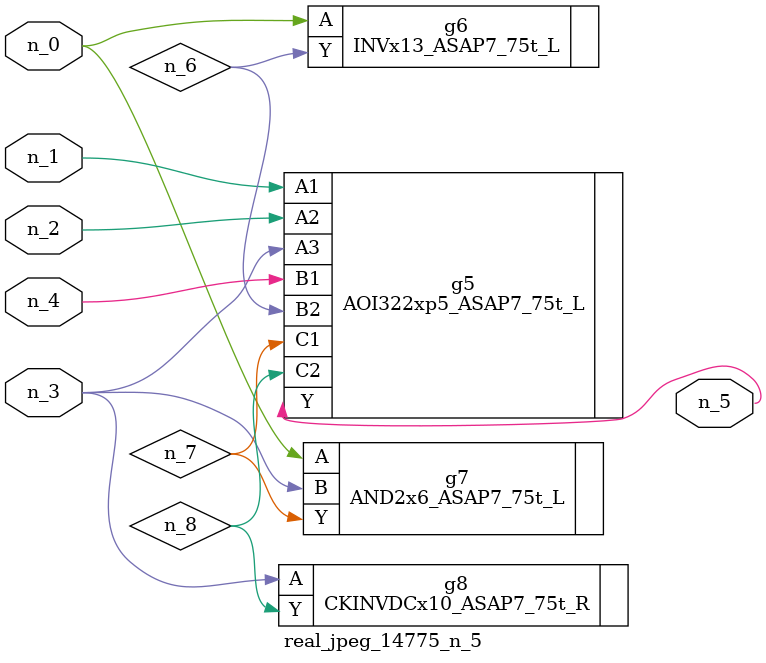
<source format=v>
module real_jpeg_14775_n_5 (n_4, n_0, n_1, n_2, n_3, n_5);

input n_4;
input n_0;
input n_1;
input n_2;
input n_3;

output n_5;

wire n_8;
wire n_6;
wire n_7;

INVx13_ASAP7_75t_L g6 ( 
.A(n_0),
.Y(n_6)
);

AND2x6_ASAP7_75t_L g7 ( 
.A(n_0),
.B(n_3),
.Y(n_7)
);

AOI322xp5_ASAP7_75t_L g5 ( 
.A1(n_1),
.A2(n_2),
.A3(n_3),
.B1(n_4),
.B2(n_6),
.C1(n_7),
.C2(n_8),
.Y(n_5)
);

CKINVDCx10_ASAP7_75t_R g8 ( 
.A(n_3),
.Y(n_8)
);


endmodule
</source>
